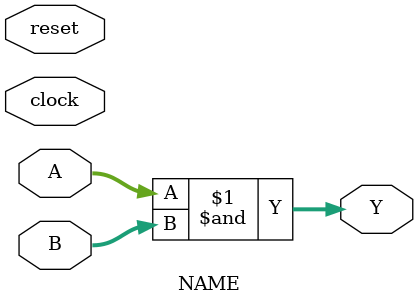
<source format=v>
module NAME(input[31:0] A, input[31:0] B, input reset, input clock, output[31:0] Y);


assign Y = A & B;
endmodule

</source>
